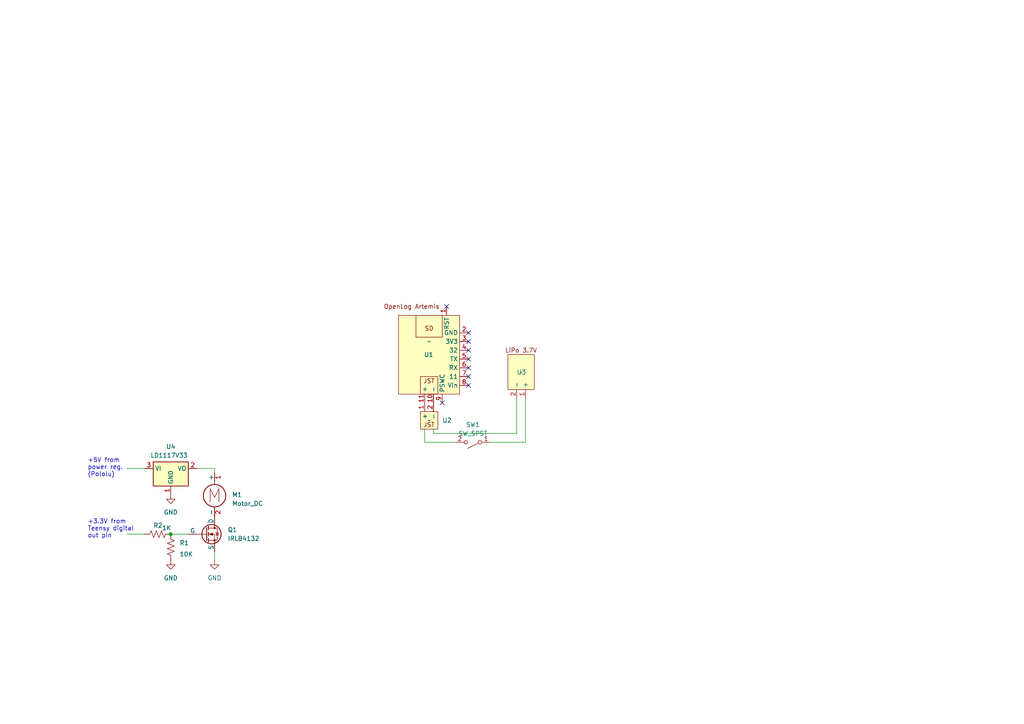
<source format=kicad_sch>
(kicad_sch (version 20230121) (generator eeschema)
  (paper "A4")
  (lib_symbols
    (symbol "Artemis:Artemis"
      (property "Reference" "U" (at 0 -3.81 0))
      (symbol "Artemis_0_1"
        (rectangle (start -2.54 -10.16) (end 2.54 -15.24))
      )
      (symbol "Artemis_1_1"
        (rectangle (start -8.89 7.62) (end 8.89 -15.24) (fill (type background)))
        (rectangle (start -3.81 7.62) (end 3.81 1.27))
        (text "JST\n" (at 0 -11.43 0) (effects (font (size 1.27 1.27))))
        (text "OpenLog Artemis" (at -5.08 10.16 0) (effects (font (size 1.27 1.27))))
        (text "SD" (at 0 3.81 0) (effects (font (size 1.27 1.27))))
        (pin bidirectional line (at 5.08 10.16 270) (length 2.54) (name "RST") (number "1"))
        (pin bidirectional line (at 1.27 -17.78 90) (length 2.54) (name "-") (number "10"))
        (pin bidirectional line (at -1.27 -17.78 90) (length 2.54) (name "+") (number "11"))
        (pin bidirectional line (at 11.43 2.54 180) (length 2.54) (name "GND") (number "2"))
        (pin bidirectional line (at 11.43 0 180) (length 2.54) (name "3V3") (number "3"))
        (pin bidirectional line (at 11.43 -2.54 180) (length 2.54) (name "32") (number "4"))
        (pin bidirectional line (at 11.43 -5.08 180) (length 2.54) (name "TX") (number "5"))
        (pin bidirectional line (at 11.43 -7.62 180) (length 2.54) (name "RX") (number "6"))
        (pin bidirectional line (at 11.43 -10.16 180) (length 2.54) (name "11") (number "7"))
        (pin bidirectional line (at 11.43 -12.7 180) (length 2.54) (name "Vin") (number "8"))
        (pin bidirectional line (at 3.81 -17.78 90) (length 2.54) (name "PSWC") (number "9"))
      )
    )
    (symbol "Device:R_US" (pin_numbers hide) (pin_names (offset 0))
      (property "Reference" "R" (at 2.54 0 90))
      (property "Value" "R_US" (at -2.54 0 90))
      (symbol "R_US_0_1"
        (polyline (pts (xy 0 -2.286) (xy 0 -2.54)))
        (polyline (pts (xy 0 2.286) (xy 0 2.54)))
        (polyline (pts (xy 0 -0.762) (xy 1.016 -1.143) (xy 0 -1.524) (xy -1.016 -1.905) (xy 0 -2.286)))
        (polyline (pts (xy 0 0.762) (xy 1.016 0.381) (xy 0 0) (xy -1.016 -0.381) (xy 0 -0.762)))
        (polyline (pts (xy 0 2.286) (xy 1.016 1.905) (xy 0 1.524) (xy -1.016 1.143) (xy 0 0.762)))
      )
      (symbol "R_US_1_1"
        (pin passive line (at 0 3.81 270) (length 1.27) (name "~") (number "1"))
        (pin passive line (at 0 -3.81 90) (length 1.27) (name "~") (number "2"))
      )
    )
    (symbol "Jstconnector:jstcon"
      (property "Reference" "U" (at 0 0 0))
      (symbol "jstcon_1_1"
        (rectangle (start -2.54 2.54) (end 2.54 -2.54) (fill (type background)))
        (text "JST" (at 0 -1.27 0) (effects (font (size 1.27 1.27))))
        (pin bidirectional line (at -1.27 5.08 270) (length 2.54) (name "+") (number "1"))
        (pin bidirectional line (at 1.27 5.08 270) (length 2.54) (name "-") (number "2"))
      )
    )
    (symbol "Lipo:Batterybox"
      (property "Reference" "U" (at 0 0 0))
      (symbol "Batterybox_1_1"
        (rectangle (start -3.81 5.08) (end 3.81 -5.08) (fill (type background)))
        (text "LiPo 3.7V" (at 0 -6.35 0) (effects (font (size 1.27 1.27))))
        (pin bidirectional line (at -1.27 7.62 270) (length 2.54) (name "+") (number "1"))
        (pin bidirectional line (at 1.27 7.62 270) (length 2.54) (name "-") (number "2"))
      )
    )
    (symbol "Motor:Motor_DC" (pin_names (offset 0))
      (property "Reference" "M" (at 2.54 2.54 0))
      (property "Value" "Motor_DC" (at 2.54 -5.08 0))
      (symbol "Motor_DC_0_0"
        (polyline (pts (xy -1.27 -3.302) (xy -1.27 0.508) (xy 0 -2.032) (xy 1.27 0.508) (xy 1.27 -3.302)))
      )
      (symbol "Motor_DC_0_1"
        (circle (center 0 -1.524) (radius 3.2512) (stroke (width 0.254)))
        (polyline (pts (xy 0 -7.62) (xy 0 -7.112)))
        (polyline (pts (xy 0 -4.7752) (xy 0 -5.1816)))
        (polyline (pts (xy 0 1.7272) (xy 0 2.0828)))
        (polyline (pts (xy 0 2.032) (xy 0 2.54)))
      )
      (symbol "Motor_DC_1_1"
        (pin passive line (at 0 5.08 270) (length 2.54) (name "+") (number "1"))
        (pin passive line (at 0 -7.62 90) (length 2.54) (name "-") (number "2"))
      )
    )
    (symbol "Regulator_Linear:LD1117S33TR_SOT223"
      (property "Reference" "U" (at -3.81 3.175 0))
      (property "Value" "LD1117S33TR_SOT223" (at 0 3.175 0))
      (symbol "LD1117S33TR_SOT223_0_1"
        (rectangle (start -5.08 -5.08) (end 5.08 1.905) (stroke (width 0.254)) (fill (type background)))
      )
      (symbol "LD1117S33TR_SOT223_1_1"
        (pin power_in line (at 0 -7.62 90) (length 2.54) (name "GND") (number "1"))
        (pin power_out line (at 7.62 0 180) (length 2.54) (name "VO") (number "2"))
        (pin power_in line (at -7.62 0 0) (length 2.54) (name "VI") (number "3"))
      )
    )
    (symbol "Simulation_SPICE:NMOS" (pin_numbers hide) (pin_names (offset 0))
      (property "Reference" "Q" (at 5.08 1.27 0))
      (property "Value" "NMOS" (at 5.08 -1.27 0))
      (symbol "NMOS_0_1"
        (polyline (pts (xy 0.254 0) (xy -2.54 0)))
        (polyline (pts (xy 0.254 1.905) (xy 0.254 -1.905)) (stroke (width 0.254)))
        (polyline (pts (xy 0.762 -1.27) (xy 0.762 -2.286)) (stroke (width 0.254)))
        (polyline (pts (xy 0.762 0.508) (xy 0.762 -0.508)) (stroke (width 0.254)))
        (polyline (pts (xy 0.762 2.286) (xy 0.762 1.27)) (stroke (width 0.254)))
        (polyline (pts (xy 2.54 2.54) (xy 2.54 1.778)))
        (polyline (pts (xy 2.54 -2.54) (xy 2.54 0) (xy 0.762 0)))
        (polyline (pts (xy 0.762 -1.778) (xy 3.302 -1.778) (xy 3.302 1.778) (xy 0.762 1.778)))
        (polyline (pts (xy 1.016 0) (xy 2.032 0.381) (xy 2.032 -0.381) (xy 1.016 0)) (fill (type outline)))
        (polyline (pts (xy 2.794 0.508) (xy 2.921 0.381) (xy 3.683 0.381) (xy 3.81 0.254)))
        (polyline (pts (xy 3.302 0.381) (xy 2.921 -0.254) (xy 3.683 -0.254) (xy 3.302 0.381)))
        (circle (center 1.651 0) (radius 2.794) (stroke (width 0.254)))
        (circle (center 2.54 -1.778) (radius 0.254) (fill (type outline)))
        (circle (center 2.54 1.778) (radius 0.254) (fill (type outline)))
      )
      (symbol "NMOS_1_1"
        (pin passive line (at 2.54 5.08 270) (length 2.54) (name "D") (number "1"))
        (pin input line (at -5.08 0 0) (length 2.54) (name "G") (number "2"))
        (pin passive line (at 2.54 -5.08 90) (length 2.54) (name "S") (number "3"))
      )
    )
    (symbol "Switch:SW_SPST" (pin_names (offset 0) hide)
      (property "Reference" "SW" (at 0 3.175 0))
      (property "Value" "SW_SPST" (at 0 -2.54 0))
      (symbol "SW_SPST_0_0"
        (circle (center -2.032 0) (radius 0.508))
        (polyline (pts (xy -1.524 0.254) (xy 1.524 1.778)))
        (circle (center 2.032 0) (radius 0.508))
      )
      (symbol "SW_SPST_1_1"
        (pin passive line (at -5.08 0 0) (length 2.54) (name "A") (number "1"))
        (pin passive line (at 5.08 0 180) (length 2.54) (name "B") (number "2"))
      )
    )
    (symbol "power:GND" (power) (pin_names (offset 0))
      (property "Value" "GND" (at 0 -3.81 0))
      (symbol "GND_0_1"
        (polyline (pts (xy 0 0) (xy 0 -1.27) (xy 1.27 -1.27) (xy 0 -2.54) (xy -1.27 -1.27) (xy 0 -1.27)))
      )
      (symbol "GND_1_1"
        (pin power_in line (at 0 0 270) (length 0) hide (name "GND") (number "1"))
      )
    )
  )
  (junction (at 49.53 154.94))
  (no_connect (at 129.54 88.9))
  (no_connect (at 135.89 99.06))
  (no_connect (at 135.89 96.52))
  (no_connect (at 135.89 109.22))
  (no_connect (at 135.89 111.76))
  (no_connect (at 135.89 104.14))
  (no_connect (at 135.89 101.6))
  (no_connect (at 135.89 106.68))
  (no_connect (at 128.27 116.84))
  (wire (pts (xy 125.73 124.46) (xy 125.73 125.73)))
  (wire (pts (xy 62.23 162.56) (xy 62.23 160.02)))
  (wire (pts (xy 49.53 154.94) (xy 54.61 154.94)))
  (wire (pts (xy 62.23 137.16) (xy 62.23 135.89)))
  (wire (pts (xy 36.83 135.89) (xy 41.91 135.89)))
  (wire (pts (xy 149.86 115.57) (xy 149.86 125.73)))
  (wire (pts (xy 123.19 124.46) (xy 123.19 128.27)))
  (wire (pts (xy 149.86 125.73) (xy 125.73 125.73)))
  (wire (pts (xy 57.15 135.89) (xy 62.23 135.89)))
  (wire (pts (xy 152.4 115.57) (xy 152.4 128.27)))
  (wire (pts (xy 36.83 154.94) (xy 41.91 154.94)))
  (wire (pts (xy 142.24 128.27) (xy 152.4 128.27)))
  (wire (pts (xy 123.19 128.27) (xy 132.08 128.27)))
  (text "+5V from \npower reg.\n(Pololu)\n" (at 25.4 138.43 0) (effects (font (size 1.27 1.27)) (justify left bottom)))
  (text "+3.3V from \nTeensy digital\nout pin\n" (at 25.4 156.21 0) (effects (font (size 1.27 1.27)) (justify left bottom)))
  (symbol (lib_id "Device:R_US") (at 45.72 154.94 90) (unit 1)
    (property "Reference" "R2" (at 44.45 152.4 90) (effects (justify right)))
    (property "Value" "1K" (at 46.99 152.4 90) (effects (justify right bottom)))
  )
  (symbol (lib_id "Motor:Motor_DC") (at 62.23 142.24 0) (unit 1)
    (property "Reference" "M1" (at 67.31 143.51 0) (effects (justify left)))
    (property "Value" "Motor_DC" (at 67.31 146.05 0) (effects (justify left)))
  )
  (symbol (lib_id "Jstconnector:jstcon") (at 124.46 121.92 0) (unit 1)
    (property "Reference" "U2" (at 128.27 121.92 0) (effects (justify left)))
    (property "Value" "~" (at 124.46 121.92 0))
  )
  (symbol (lib_id "Switch:SW_SPST") (at 137.16 128.27 180) (unit 1)
    (property "Reference" "SW1" (at 137.16 123.19 0))
    (property "Value" "SW_SPST" (at 137.16 125.73 0))
  )
  (symbol (lib_id "power:GND") (at 49.53 143.51 0) (unit 1)
    (property "Reference" "#PWR01" (effects hide))
    (property "Value" "GND" (at 49.53 148.59 0))
  )
  (symbol (lib_id "Regulator_Linear:LD1117S33TR_SOT223") (at 49.53 135.89 0) (unit 1)
    (property "Reference" "U4" (at 49.53 129.54 0))
    (property "Value" "LD1117V33 " (at 49.53 132.08 0))
    (property "Footprint" "Package_TO_SOT_SMD:SOT-223-3_TabPin2" (effects hide))
    (property "Datasheet" "http://www.st.com/st-web-ui/static/active/en/resource/technical/document/datasheet/CD00000544.pdf" (effects hide))
  )
  (symbol (lib_id "power:GND") (at 62.23 162.56 0) (unit 1)
    (property "Reference" "#PWR02" (effects hide))
    (property "Value" "GND" (at 62.23 167.64 0))
  )
  (symbol (lib_id "Artemis:Artemis") (at 124.46 99.06 0) (unit 1)
    (property "Reference" "U1" (at 125.73 102.87 0) (effects (justify right)))
    (property "Value" "~" (at 124.46 99.06 0))
  )
  (symbol (lib_id "Lipo:Batterybox") (at 151.13 107.95 180) (unit 1)
    (property "Reference" "U3" (at 149.86 107.95 0) (effects (justify right)))
    (property "Value" "~" (at 151.13 107.95 0))
  )
  (symbol (lib_id "power:GND") (at 49.53 162.56 0) (unit 1)
    (property "Reference" "#PWR03" (effects hide))
    (property "Value" "GND" (at 49.53 167.64 0))
  )
  (symbol (lib_id "Device:R_US") (at 49.53 158.75 0) (unit 1)
    (property "Reference" "R1" (at 52.07 157.48 0) (effects (justify left)))
    (property "Value" "10K" (at 52.07 160.02 0) (effects (justify left top)))
  )
  (symbol (lib_id "Simulation_SPICE:NMOS") (at 59.69 154.94 0) (unit 1)
    (property "Reference" "Q1" (at 66.04 153.67 0) (effects (justify left)))
    (property "Value" "IRLB4132" (at 66.04 156.21 0) (effects (justify left)))
    (property "Datasheet" "https://ngspice.sourceforge.io/docs/ngspice-manual.pdf" (effects hide))
    (property "Sim.Device" "NMOS" (effects hide))
    (property "Sim.Type" "VDMOS" (effects hide))
    (property "Sim.Pins" "1=D 2=G 3=S" (effects hide))
  )
)
</source>
